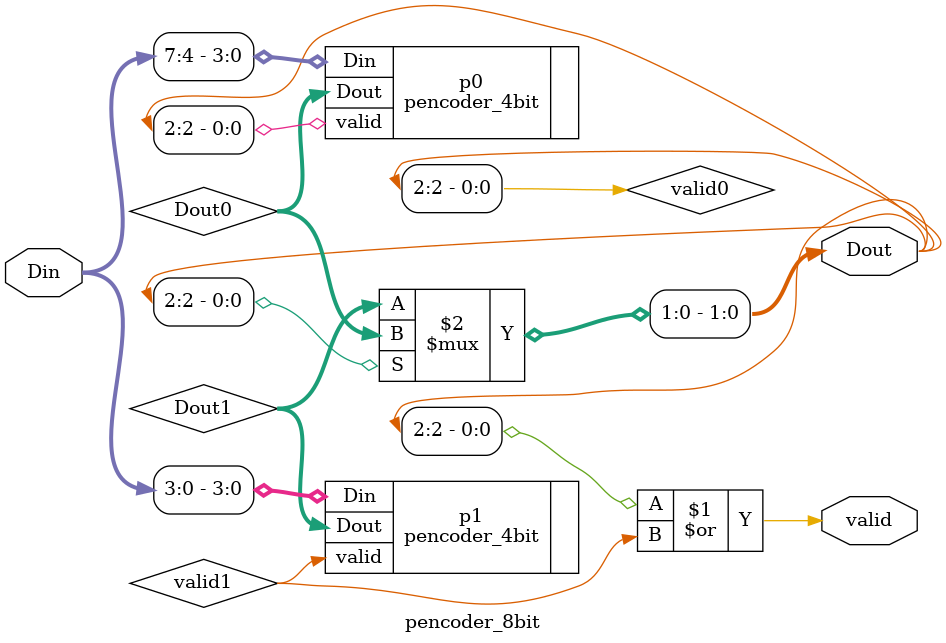
<source format=v>
module pencoder_8bit(Din, Dout, valid);

input [7:0]Din;
output [2:0]Dout;
output valid;

wire valid0, valid1;
wire [1:0]Dout0, Dout1;
assign valid = valid0|valid1;
assign Dout[2] = valid0;
assign Dout[1:0] = (Dout[2])?Dout0:Dout1;

pencoder_4bit p0(.Din(Din[7:4]),.Dout(Dout0),.valid(valid0));
pencoder_4bit p1(.Din(Din[3:0]),.Dout(Dout1),.valid(valid1));

endmodule

</source>
